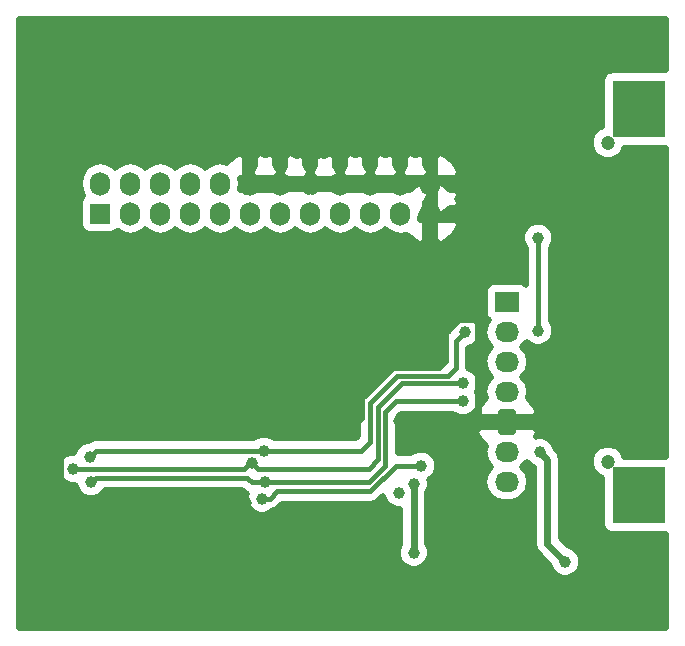
<source format=gbr>
G04 #@! TF.FileFunction,Copper,L2,Bot,Signal*
%FSLAX46Y46*%
G04 Gerber Fmt 4.6, Leading zero omitted, Abs format (unit mm)*
G04 Created by KiCad (PCBNEW 4.0.6-e0-6349~53~ubuntu14.04.1) date Tue Nov 28 08:29:40 2017*
%MOMM*%
%LPD*%
G01*
G04 APERTURE LIST*
%ADD10C,0.100000*%
%ADD11R,2.032000X1.727200*%
%ADD12O,2.032000X1.727200*%
%ADD13R,1.727200X1.727200*%
%ADD14O,1.727200X2.000000*%
%ADD15O,1.727200X1.727200*%
%ADD16C,1.200000*%
%ADD17R,4.500000X4.850000*%
%ADD18C,1.000000*%
%ADD19C,0.600000*%
%ADD20C,0.400000*%
%ADD21C,0.500000*%
G04 APERTURE END LIST*
D10*
D11*
X172339000Y-96647000D03*
D12*
X172339000Y-99187000D03*
X172339000Y-101727000D03*
X172339000Y-104267000D03*
X172339000Y-106807000D03*
X172339000Y-109347000D03*
X172339000Y-111887000D03*
D13*
X137922000Y-89154000D03*
D14*
X137922000Y-86614000D03*
X140462000Y-89154000D03*
X140462000Y-86614000D03*
X143002000Y-89154000D03*
X143002000Y-86614000D03*
X145542000Y-89154000D03*
X145542000Y-86614000D03*
X148082000Y-89154000D03*
X148082000Y-86614000D03*
X150622000Y-89154000D03*
X150622000Y-86614000D03*
X153162000Y-89154000D03*
X153162000Y-86614000D03*
X155702000Y-89154000D03*
D15*
X155702000Y-86614000D03*
D14*
X158242000Y-89154000D03*
X158242000Y-86614000D03*
X160782000Y-89154000D03*
X160782000Y-86614000D03*
X163322000Y-89154000D03*
X163322000Y-86614000D03*
X165862000Y-89154000D03*
X165862000Y-86614000D03*
D16*
X180905000Y-83164000D03*
X180905000Y-110164000D03*
D17*
X183505000Y-80314000D03*
X183505000Y-113014000D03*
D18*
X164465000Y-112014000D03*
X164465000Y-117856000D03*
X143129000Y-116332000D03*
X136398000Y-116332000D03*
X169672000Y-117856000D03*
X148082000Y-106934000D03*
X139192000Y-91948000D03*
X141859000Y-91948000D03*
X144780000Y-91948000D03*
X147447000Y-91948000D03*
X149860000Y-91821000D03*
X152400000Y-91821000D03*
X154940000Y-91948000D03*
X157353000Y-91948000D03*
X160147000Y-91948000D03*
X162941000Y-91948000D03*
X165862000Y-91948000D03*
X154940000Y-76962000D03*
X151003000Y-76962000D03*
X147320000Y-76962000D03*
X143256000Y-76962000D03*
X139700000Y-76835000D03*
X170307000Y-91948000D03*
X169672000Y-110617000D03*
X150241000Y-117094000D03*
X150241000Y-113665000D03*
X163195000Y-106680000D03*
X169672000Y-106807000D03*
X157861000Y-116459000D03*
X155067000Y-117094000D03*
X177292000Y-118618000D03*
X175133000Y-109347000D03*
X163195000Y-112776000D03*
X165100000Y-110490000D03*
X151638000Y-113284000D03*
X175006000Y-99060000D03*
X175006000Y-91186000D03*
X168783000Y-99187000D03*
X137033000Y-109728000D03*
X151765000Y-109220000D03*
X168656000Y-103505000D03*
X135636000Y-110744000D03*
X150749000Y-110236000D03*
X168656000Y-105029000D03*
X137160000Y-111887000D03*
X151892000Y-111887000D03*
D19*
X164465000Y-117856000D02*
X164465000Y-112014000D01*
X134493000Y-114427000D02*
X136398000Y-116332000D01*
X147447000Y-107569000D02*
X136271000Y-107569000D01*
X136271000Y-107569000D02*
X134493000Y-109347000D01*
X134493000Y-109347000D02*
X134493000Y-114427000D01*
X143129000Y-116332000D02*
X136398000Y-116332000D01*
X147447000Y-107569000D02*
X148082000Y-106934000D01*
X169672000Y-110617000D02*
X169672000Y-117856000D01*
X169926000Y-98552000D02*
X169926000Y-98425000D01*
X169926000Y-98425000D02*
X169545000Y-98044000D01*
X169545000Y-98044000D02*
X168275000Y-98044000D01*
X168275000Y-98044000D02*
X167132000Y-99187000D01*
X167132000Y-99187000D02*
X167132000Y-101600000D01*
X167132000Y-101600000D02*
X166624000Y-102108000D01*
X166624000Y-102108000D02*
X162687000Y-102108000D01*
X162687000Y-102108000D02*
X160020000Y-104775000D01*
X160020000Y-104775000D02*
X160020000Y-106426000D01*
X160020000Y-106426000D02*
X158877000Y-107569000D01*
X158877000Y-107569000D02*
X148717000Y-107569000D01*
X148717000Y-107569000D02*
X148082000Y-106934000D01*
X169926000Y-100838000D02*
X169926000Y-98552000D01*
X169926000Y-98552000D02*
X169926000Y-92329000D01*
X169926000Y-92329000D02*
X170307000Y-91948000D01*
X169672000Y-106807000D02*
X169672000Y-106680000D01*
X170307000Y-92075000D02*
X170307000Y-91948000D01*
X169926000Y-106426000D02*
X169926000Y-100838000D01*
X169926000Y-100838000D02*
X169926000Y-101092000D01*
X169672000Y-106680000D02*
X169926000Y-106426000D01*
X141859000Y-91948000D02*
X139192000Y-91948000D01*
X144780000Y-91948000D02*
X141859000Y-91948000D01*
X147447000Y-91948000D02*
X144780000Y-91948000D01*
X149860000Y-91821000D02*
X147574000Y-91821000D01*
X147574000Y-91821000D02*
X147447000Y-91948000D01*
X152400000Y-91821000D02*
X149860000Y-91821000D01*
X154940000Y-91948000D02*
X152527000Y-91948000D01*
X152527000Y-91948000D02*
X152400000Y-91821000D01*
X157353000Y-91948000D02*
X154940000Y-91948000D01*
X160147000Y-91948000D02*
X157353000Y-91948000D01*
X162941000Y-91948000D02*
X160147000Y-91948000D01*
X165862000Y-91948000D02*
X162941000Y-91948000D01*
X170307000Y-91948000D02*
X165862000Y-91948000D01*
X151003000Y-76962000D02*
X154940000Y-76962000D01*
X147320000Y-76962000D02*
X151003000Y-76962000D01*
X143256000Y-76962000D02*
X147320000Y-76962000D01*
X139700000Y-76835000D02*
X143129000Y-76835000D01*
X143129000Y-76835000D02*
X143256000Y-76962000D01*
X169672000Y-110617000D02*
X169672000Y-106807000D01*
D20*
X150241000Y-113665000D02*
X150241000Y-117094000D01*
D19*
X169672000Y-106807000D02*
X163322000Y-106807000D01*
X163322000Y-106807000D02*
X163195000Y-106680000D01*
D20*
X155702000Y-116459000D02*
X155067000Y-117094000D01*
X157861000Y-116459000D02*
X155702000Y-116459000D01*
D19*
X175133000Y-109347000D02*
X175768000Y-109982000D01*
X175768000Y-117094000D02*
X177292000Y-118618000D01*
X175768000Y-109982000D02*
X175768000Y-117094000D01*
D20*
X175133000Y-109347000D02*
X175260000Y-109220000D01*
X165100000Y-110490000D02*
X162941000Y-110490000D01*
X152273000Y-113284000D02*
X151638000Y-113284000D01*
X152908000Y-112649000D02*
X152273000Y-113284000D01*
X160782000Y-112649000D02*
X152908000Y-112649000D01*
X162941000Y-110490000D02*
X160782000Y-112649000D01*
X175006000Y-99060000D02*
X175006000Y-91186000D01*
X168021000Y-102235000D02*
X167386000Y-102870000D01*
X167386000Y-102870000D02*
X163068000Y-102870000D01*
X163068000Y-102870000D02*
X160782000Y-105156000D01*
X160782000Y-105156000D02*
X160782000Y-108458000D01*
X160782000Y-108458000D02*
X160020000Y-109220000D01*
X160020000Y-109220000D02*
X151765000Y-109220000D01*
X168021000Y-99949000D02*
X168021000Y-102235000D01*
X168783000Y-99187000D02*
X168021000Y-99949000D01*
X151765000Y-109220000D02*
X137541000Y-109220000D01*
X137541000Y-109220000D02*
X137033000Y-109728000D01*
X167894000Y-103505000D02*
X163449000Y-103505000D01*
X163449000Y-103505000D02*
X161451998Y-105502002D01*
X161451998Y-105502002D02*
X161451998Y-109947002D01*
X161451998Y-109947002D02*
X160655000Y-110744000D01*
X160655000Y-110744000D02*
X151257000Y-110744000D01*
X151257000Y-110744000D02*
X150749000Y-110236000D01*
X168656000Y-103505000D02*
X167894000Y-103505000D01*
X150114000Y-110744000D02*
X135636000Y-110744000D01*
X150749000Y-110236000D02*
X150622000Y-110236000D01*
X150622000Y-110236000D02*
X150114000Y-110744000D01*
X168656000Y-105029000D02*
X162941000Y-105029000D01*
X151892000Y-111887000D02*
X150749000Y-111887000D01*
X137541000Y-111506000D02*
X137160000Y-111887000D01*
X150368000Y-111506000D02*
X137541000Y-111506000D01*
X150749000Y-111887000D02*
X150368000Y-111506000D01*
X162941000Y-105029000D02*
X162052000Y-105918000D01*
X162052000Y-105918000D02*
X162052000Y-110490000D01*
X162052000Y-110490000D02*
X160655000Y-111887000D01*
X160655000Y-111887000D02*
X151892000Y-111887000D01*
D21*
X131060000Y-72640000D02*
X185805000Y-72640000D01*
X131060000Y-73040000D02*
X185805000Y-73040000D01*
X131060000Y-73440000D02*
X185805000Y-73440000D01*
X131060000Y-73840000D02*
X185805000Y-73840000D01*
X131060000Y-74240000D02*
X185805000Y-74240000D01*
X131060000Y-74640000D02*
X185805000Y-74640000D01*
X131060000Y-75040000D02*
X185805000Y-75040000D01*
X131060000Y-75440000D02*
X185805000Y-75440000D01*
X131060000Y-75840000D02*
X185805000Y-75840000D01*
X131060000Y-76240000D02*
X185805000Y-76240000D01*
X131060000Y-76640000D02*
X185805000Y-76640000D01*
X131060000Y-77040000D02*
X181161189Y-77040000D01*
X131060000Y-77440000D02*
X180533035Y-77440000D01*
X131060000Y-77840000D02*
X180398271Y-77840000D01*
X131060000Y-78240000D02*
X180388348Y-78240000D01*
X131060000Y-78640000D02*
X180388348Y-78640000D01*
X131060000Y-79040000D02*
X180388348Y-79040000D01*
X131060000Y-79440000D02*
X180388348Y-79440000D01*
X131060000Y-79840000D02*
X180388348Y-79840000D01*
X131060000Y-80240000D02*
X180388348Y-80240000D01*
X131060000Y-80640000D02*
X180388348Y-80640000D01*
X131060000Y-81040000D02*
X180388348Y-81040000D01*
X131060000Y-81440000D02*
X180388348Y-81440000D01*
X131060000Y-81840000D02*
X180312292Y-81840000D01*
X131060000Y-82240000D02*
X179778214Y-82240000D01*
X131060000Y-82640000D02*
X179552548Y-82640000D01*
X131060000Y-83040000D02*
X179455108Y-83040000D01*
X131060000Y-83440000D02*
X179454759Y-83440000D01*
X131060000Y-83840000D02*
X179615415Y-83840000D01*
X182194336Y-83840000D02*
X185805000Y-83840000D01*
X131060000Y-84240000D02*
X149324232Y-84240000D01*
X150069558Y-84240000D02*
X151174443Y-84240000D01*
X152609558Y-84240000D02*
X153714443Y-84240000D01*
X154459769Y-84240000D02*
X154620198Y-84240000D01*
X154992494Y-84240000D02*
X156411507Y-84240000D01*
X156783803Y-84240000D02*
X156944232Y-84240000D01*
X157689558Y-84240000D02*
X158794443Y-84240000D01*
X160229558Y-84240000D02*
X161334443Y-84240000D01*
X162769558Y-84240000D02*
X163874443Y-84240000D01*
X165309558Y-84240000D02*
X166414443Y-84240000D01*
X167159769Y-84240000D02*
X179930301Y-84240000D01*
X181879521Y-84240000D02*
X185805000Y-84240000D01*
X131060000Y-84640000D02*
X148834199Y-84640000D01*
X150190200Y-84640000D02*
X151053800Y-84640000D01*
X152730200Y-84640000D02*
X153593800Y-84640000D01*
X155270200Y-84640000D02*
X156133800Y-84640000D01*
X157810200Y-84640000D02*
X158673800Y-84640000D01*
X160350200Y-84640000D02*
X161213800Y-84640000D01*
X162890200Y-84640000D02*
X163753800Y-84640000D01*
X165430200Y-84640000D02*
X166293800Y-84640000D01*
X167649802Y-84640000D02*
X185805000Y-84640000D01*
X131060000Y-85040000D02*
X136994146Y-85040000D01*
X138849855Y-85040000D02*
X139534146Y-85040000D01*
X141389855Y-85040000D02*
X142074146Y-85040000D01*
X143929855Y-85040000D02*
X144614146Y-85040000D01*
X146469855Y-85040000D02*
X147154146Y-85040000D01*
X150190200Y-85040000D02*
X151035164Y-85040000D01*
X152748837Y-85040000D02*
X153593800Y-85040000D01*
X155288837Y-85040000D02*
X156115164Y-85040000D01*
X157810200Y-85040000D02*
X158655164Y-85040000D01*
X160368837Y-85040000D02*
X161195164Y-85040000D01*
X162908837Y-85040000D02*
X163735164Y-85040000D01*
X165448837Y-85040000D02*
X166293800Y-85040000D01*
X167988837Y-85040000D02*
X185805000Y-85040000D01*
X131060000Y-85440000D02*
X136569756Y-85440000D01*
X150190200Y-85440000D02*
X150820000Y-85440000D01*
X152964001Y-85440000D02*
X153420427Y-85440000D01*
X155504001Y-85440000D02*
X155900000Y-85440000D01*
X157983575Y-85440000D02*
X158440000Y-85440000D01*
X160584001Y-85440000D02*
X160980000Y-85440000D01*
X163124001Y-85440000D02*
X163520000Y-85440000D01*
X165664001Y-85440000D02*
X166293800Y-85440000D01*
X168204001Y-85440000D02*
X185805000Y-85440000D01*
X131060000Y-85840000D02*
X136328018Y-85840000D01*
X150190200Y-85840000D02*
X150781263Y-85840000D01*
X153002735Y-85840000D02*
X153270944Y-85840000D01*
X155542736Y-85840000D02*
X155861263Y-85840000D01*
X158133055Y-85840000D02*
X158401263Y-85840000D01*
X160622736Y-85840000D02*
X160941263Y-85840000D01*
X163162736Y-85840000D02*
X163481263Y-85840000D01*
X165702736Y-85840000D02*
X166293800Y-85840000D01*
X168242736Y-85840000D02*
X185805000Y-85840000D01*
X131060000Y-86240000D02*
X136248453Y-86240000D01*
X149758400Y-86240000D02*
X185805000Y-86240000D01*
X131060000Y-86640000D02*
X136208400Y-86640000D01*
X149795600Y-86640000D02*
X164811096Y-86640000D01*
X165148349Y-86640000D02*
X166575652Y-86640000D01*
X166912905Y-86640000D02*
X185805000Y-86640000D01*
X131060000Y-87040000D02*
X136258795Y-87040000D01*
X149758400Y-87040000D02*
X164245711Y-87040000D01*
X165430200Y-87040000D02*
X166293800Y-87040000D01*
X167478290Y-87040000D02*
X185805000Y-87040000D01*
X131060000Y-87440000D02*
X136338360Y-87440000D01*
X165748215Y-87440000D02*
X166293800Y-87440000D01*
X168288215Y-87440000D02*
X185805000Y-87440000D01*
X131060000Y-87840000D02*
X136337391Y-87840000D01*
X165636029Y-87840000D02*
X166293800Y-87840000D01*
X168176029Y-87840000D02*
X185805000Y-87840000D01*
X131060000Y-88240000D02*
X136201955Y-88240000D01*
X165430200Y-88240000D02*
X166293800Y-88240000D01*
X168343857Y-88240000D02*
X185805000Y-88240000D01*
X131060000Y-88640000D02*
X136191748Y-88640000D01*
X165430200Y-88640000D02*
X166293800Y-88640000D01*
X168015346Y-88640000D02*
X185805000Y-88640000D01*
X131060000Y-89040000D02*
X136191748Y-89040000D01*
X165249679Y-89040000D02*
X166474320Y-89040000D01*
X167096064Y-89040000D02*
X185805000Y-89040000D01*
X131060000Y-89440000D02*
X136191748Y-89440000D01*
X165013052Y-89440000D02*
X185805000Y-89440000D01*
X131060000Y-89840000D02*
X136191748Y-89840000D01*
X165430200Y-89840000D02*
X166293800Y-89840000D01*
X168165774Y-89840000D02*
X174728400Y-89840000D01*
X175284778Y-89840000D02*
X185805000Y-89840000D01*
X131060000Y-90240000D02*
X136233595Y-90240000D01*
X165430200Y-90240000D02*
X166293800Y-90240000D01*
X168251336Y-90240000D02*
X174042796Y-90240000D01*
X175969175Y-90240000D02*
X185805000Y-90240000D01*
X131060000Y-90640000D02*
X136463680Y-90640000D01*
X139388061Y-90640000D02*
X139402443Y-90640000D01*
X141521556Y-90640000D02*
X141942443Y-90640000D01*
X144061556Y-90640000D02*
X144482443Y-90640000D01*
X146601556Y-90640000D02*
X147022443Y-90640000D01*
X149141556Y-90640000D02*
X149562443Y-90640000D01*
X151681556Y-90640000D02*
X152102443Y-90640000D01*
X154221556Y-90640000D02*
X154642443Y-90640000D01*
X156761556Y-90640000D02*
X157182443Y-90640000D01*
X159301556Y-90640000D02*
X159722443Y-90640000D01*
X161841556Y-90640000D02*
X162262443Y-90640000D01*
X165430200Y-90640000D02*
X166293800Y-90640000D01*
X168036172Y-90640000D02*
X173770961Y-90640000D01*
X176241100Y-90640000D02*
X185805000Y-90640000D01*
X131060000Y-91040000D02*
X140460773Y-91040000D01*
X140463226Y-91040000D02*
X143000773Y-91040000D01*
X143003226Y-91040000D02*
X145540773Y-91040000D01*
X145543226Y-91040000D02*
X148080773Y-91040000D01*
X148083226Y-91040000D02*
X150620773Y-91040000D01*
X150623226Y-91040000D02*
X153160773Y-91040000D01*
X153163226Y-91040000D02*
X155700773Y-91040000D01*
X155703226Y-91040000D02*
X158240773Y-91040000D01*
X158243226Y-91040000D02*
X160780773Y-91040000D01*
X160783226Y-91040000D02*
X163320773Y-91040000D01*
X163323226Y-91040000D02*
X163966391Y-91040000D01*
X165430200Y-91040000D02*
X166293800Y-91040000D01*
X167757608Y-91040000D02*
X173656127Y-91040000D01*
X176356128Y-91040000D02*
X185805000Y-91040000D01*
X131060000Y-91440000D02*
X164456424Y-91440000D01*
X165410888Y-91440000D02*
X166313111Y-91440000D01*
X167267575Y-91440000D02*
X173655778Y-91440000D01*
X176355778Y-91440000D02*
X185805000Y-91440000D01*
X131060000Y-91840000D02*
X173815524Y-91840000D01*
X176196193Y-91840000D02*
X185805000Y-91840000D01*
X131060000Y-92240000D02*
X173956000Y-92240000D01*
X176056000Y-92240000D02*
X185805000Y-92240000D01*
X131060000Y-92640000D02*
X173956000Y-92640000D01*
X176056000Y-92640000D02*
X185805000Y-92640000D01*
X131060000Y-93040000D02*
X173956000Y-93040000D01*
X176056000Y-93040000D02*
X185805000Y-93040000D01*
X131060000Y-93440000D02*
X173956000Y-93440000D01*
X176056000Y-93440000D02*
X185805000Y-93440000D01*
X131060000Y-93840000D02*
X173956000Y-93840000D01*
X176056000Y-93840000D02*
X185805000Y-93840000D01*
X131060000Y-94240000D02*
X173956000Y-94240000D01*
X176056000Y-94240000D02*
X185805000Y-94240000D01*
X131060000Y-94640000D02*
X173956000Y-94640000D01*
X176056000Y-94640000D02*
X185805000Y-94640000D01*
X131060000Y-95040000D02*
X170908578Y-95040000D01*
X173772631Y-95040000D02*
X173956000Y-95040000D01*
X176056000Y-95040000D02*
X185805000Y-95040000D01*
X131060000Y-95440000D02*
X170528881Y-95440000D01*
X176056000Y-95440000D02*
X185805000Y-95440000D01*
X131060000Y-95840000D02*
X170456348Y-95840000D01*
X176056000Y-95840000D02*
X185805000Y-95840000D01*
X131060000Y-96240000D02*
X170456348Y-96240000D01*
X176056000Y-96240000D02*
X185805000Y-96240000D01*
X131060000Y-96640000D02*
X170456348Y-96640000D01*
X176056000Y-96640000D02*
X185805000Y-96640000D01*
X131060000Y-97040000D02*
X170456348Y-97040000D01*
X176056000Y-97040000D02*
X185805000Y-97040000D01*
X131060000Y-97440000D02*
X170456348Y-97440000D01*
X176056000Y-97440000D02*
X185805000Y-97440000D01*
X131060000Y-97840000D02*
X168507821Y-97840000D01*
X169059369Y-97840000D02*
X170524889Y-97840000D01*
X176056000Y-97840000D02*
X185805000Y-97840000D01*
X131060000Y-98240000D02*
X167820798Y-98240000D01*
X169745177Y-98240000D02*
X170761480Y-98240000D01*
X176094956Y-98240000D02*
X185805000Y-98240000D01*
X131060000Y-98640000D02*
X167548376Y-98640000D01*
X170017687Y-98640000D02*
X170545249Y-98640000D01*
X176293162Y-98640000D02*
X185805000Y-98640000D01*
X131060000Y-99040000D02*
X167433128Y-99040000D01*
X170133128Y-99040000D02*
X170465684Y-99040000D01*
X176356017Y-99040000D02*
X185805000Y-99040000D01*
X131060000Y-99440000D02*
X167122544Y-99440000D01*
X170132779Y-99440000D02*
X170486767Y-99440000D01*
X176309968Y-99440000D02*
X185805000Y-99440000D01*
X131060000Y-99840000D02*
X166992682Y-99840000D01*
X169973609Y-99840000D02*
X170566332Y-99840000D01*
X176135494Y-99840000D02*
X185805000Y-99840000D01*
X131060000Y-100240000D02*
X166971000Y-100240000D01*
X169639017Y-100240000D02*
X170832306Y-100240000D01*
X173845693Y-100240000D02*
X174327450Y-100240000D01*
X175685351Y-100240000D02*
X185805000Y-100240000D01*
X131060000Y-100640000D02*
X166971000Y-100640000D01*
X169071000Y-100640000D02*
X170855025Y-100640000D01*
X173822976Y-100640000D02*
X185805000Y-100640000D01*
X131060000Y-101040000D02*
X166971000Y-101040000D01*
X169071000Y-101040000D02*
X170587753Y-101040000D01*
X174090248Y-101040000D02*
X185805000Y-101040000D01*
X131060000Y-101440000D02*
X166971000Y-101440000D01*
X169071000Y-101440000D02*
X170493531Y-101440000D01*
X174184470Y-101440000D02*
X185805000Y-101440000D01*
X131060000Y-101840000D02*
X162967453Y-101840000D01*
X169071000Y-101840000D02*
X170458920Y-101840000D01*
X174219079Y-101840000D02*
X185805000Y-101840000D01*
X131060000Y-102240000D02*
X162213076Y-102240000D01*
X169129847Y-102240000D02*
X170538485Y-102240000D01*
X174139514Y-102240000D02*
X185805000Y-102240000D01*
X131060000Y-102640000D02*
X161813076Y-102640000D01*
X169700034Y-102640000D02*
X170738761Y-102640000D01*
X173939238Y-102640000D02*
X185805000Y-102640000D01*
X131060000Y-103040000D02*
X161413076Y-103040000D01*
X169924569Y-103040000D02*
X170961247Y-103040000D01*
X173716754Y-103040000D02*
X185805000Y-103040000D01*
X131060000Y-103440000D02*
X161013076Y-103440000D01*
X170006057Y-103440000D02*
X170681298Y-103440000D01*
X173996703Y-103440000D02*
X185805000Y-103440000D01*
X131060000Y-103840000D02*
X160613076Y-103840000D01*
X169978654Y-103840000D02*
X170521379Y-103840000D01*
X174156622Y-103840000D02*
X185805000Y-103840000D01*
X131060000Y-104240000D02*
X160213076Y-104240000D01*
X169812559Y-104240000D02*
X170441814Y-104240000D01*
X174236187Y-104240000D02*
X185805000Y-104240000D01*
X131060000Y-104640000D02*
X159888221Y-104640000D01*
X169955971Y-104640000D02*
X170510637Y-104640000D01*
X174167362Y-104640000D02*
X185805000Y-104640000D01*
X131060000Y-105040000D02*
X159755074Y-105040000D01*
X170005990Y-105040000D02*
X170333904Y-105040000D01*
X174344097Y-105040000D02*
X185805000Y-105040000D01*
X131060000Y-105440000D02*
X159732000Y-105440000D01*
X169947096Y-105440000D02*
X170005353Y-105440000D01*
X174672648Y-105440000D02*
X185805000Y-105440000D01*
X131060000Y-105840000D02*
X159732000Y-105840000D01*
X169754439Y-105840000D02*
X169771284Y-105840000D01*
X174906717Y-105840000D02*
X185805000Y-105840000D01*
X131060000Y-106240000D02*
X159732000Y-106240000D01*
X163214924Y-106240000D02*
X168052106Y-106240000D01*
X169260326Y-106240000D02*
X169936358Y-106240000D01*
X171831000Y-106240000D02*
X172847000Y-106240000D01*
X174741641Y-106240000D02*
X185805000Y-106240000D01*
X131060000Y-106640000D02*
X159732000Y-106640000D01*
X163102000Y-106640000D02*
X185805000Y-106640000D01*
X131060000Y-107040000D02*
X159732000Y-107040000D01*
X163102000Y-107040000D02*
X185805000Y-107040000D01*
X131060000Y-107440000D02*
X159732000Y-107440000D01*
X163102000Y-107440000D02*
X169879042Y-107440000D01*
X171831000Y-107440000D02*
X172847000Y-107440000D01*
X174798959Y-107440000D02*
X185805000Y-107440000D01*
X131060000Y-107840000D02*
X159732000Y-107840000D01*
X163102000Y-107840000D02*
X169801612Y-107840000D01*
X174876387Y-107840000D02*
X185805000Y-107840000D01*
X131060000Y-108240000D02*
X137189084Y-108240000D01*
X163102000Y-108240000D02*
X170059563Y-108240000D01*
X175935455Y-108240000D02*
X185805000Y-108240000D01*
X131060000Y-108640000D02*
X136212044Y-108640000D01*
X163102000Y-108640000D02*
X170388113Y-108640000D01*
X176301577Y-108640000D02*
X185805000Y-108640000D01*
X131060000Y-109040000D02*
X135856925Y-109040000D01*
X163102000Y-109040000D02*
X170497509Y-109040000D01*
X176466853Y-109040000D02*
X179978563Y-109040000D01*
X181831782Y-109040000D02*
X185805000Y-109040000D01*
X131060000Y-109440000D02*
X135256752Y-109440000D01*
X165959356Y-109440000D02*
X170454941Y-109440000D01*
X176762365Y-109440000D02*
X179635595Y-109440000D01*
X182174752Y-109440000D02*
X185805000Y-109440000D01*
X131060000Y-109840000D02*
X134630723Y-109840000D01*
X166292128Y-109840000D02*
X170534506Y-109840000D01*
X176889755Y-109840000D02*
X179469500Y-109840000D01*
X131060000Y-110240000D02*
X134383521Y-110240000D01*
X166450218Y-110240000D02*
X170725397Y-110240000D01*
X173952602Y-110240000D02*
X174116918Y-110240000D01*
X176918000Y-110240000D02*
X179454934Y-110240000D01*
X131060000Y-110640000D02*
X134286091Y-110640000D01*
X166449869Y-110640000D02*
X170991179Y-110640000D01*
X173686822Y-110640000D02*
X174618000Y-110640000D01*
X176918000Y-110640000D02*
X179532777Y-110640000D01*
X131060000Y-111040000D02*
X134297602Y-111040000D01*
X166333378Y-111040000D02*
X170694662Y-111040000D01*
X173983339Y-111040000D02*
X174618000Y-111040000D01*
X176918000Y-111040000D02*
X179730649Y-111040000D01*
X131060000Y-111440000D02*
X134462878Y-111440000D01*
X166059197Y-111440000D02*
X170525357Y-111440000D01*
X174152644Y-111440000D02*
X174618000Y-111440000D01*
X176918000Y-111440000D02*
X180196881Y-111440000D01*
X131060000Y-111840000D02*
X134822564Y-111840000D01*
X165815152Y-111840000D02*
X170445792Y-111840000D01*
X174232209Y-111840000D02*
X174618000Y-111840000D01*
X176918000Y-111840000D02*
X180388348Y-111840000D01*
X131060000Y-112240000D02*
X135845154Y-112240000D01*
X165814803Y-112240000D02*
X170506659Y-112240000D01*
X174171340Y-112240000D02*
X174618000Y-112240000D01*
X176918000Y-112240000D02*
X180388348Y-112240000D01*
X131060000Y-112640000D02*
X136010430Y-112640000D01*
X138309085Y-112640000D02*
X150022309Y-112640000D01*
X165666820Y-112640000D02*
X170631852Y-112640000D01*
X174046147Y-112640000D02*
X174618000Y-112640000D01*
X176918000Y-112640000D02*
X180388348Y-112640000D01*
X131060000Y-113040000D02*
X136416427Y-113040000D01*
X137904697Y-113040000D02*
X150288213Y-113040000D01*
X165615000Y-113040000D02*
X170899124Y-113040000D01*
X173778875Y-113040000D02*
X174618000Y-113040000D01*
X176918000Y-113040000D02*
X180388348Y-113040000D01*
X131060000Y-113440000D02*
X150287864Y-113440000D01*
X161451820Y-113440000D02*
X162008656Y-113440000D01*
X165615000Y-113440000D02*
X171449139Y-113440000D01*
X173228860Y-113440000D02*
X174618000Y-113440000D01*
X176918000Y-113440000D02*
X180388348Y-113440000D01*
X131060000Y-113840000D02*
X150407032Y-113840000D01*
X153201924Y-113840000D02*
X162349619Y-113840000D01*
X165615000Y-113840000D02*
X174618000Y-113840000D01*
X176918000Y-113840000D02*
X180388348Y-113840000D01*
X131060000Y-114240000D02*
X150684808Y-114240000D01*
X152695881Y-114240000D02*
X163315000Y-114240000D01*
X165615000Y-114240000D02*
X174618000Y-114240000D01*
X176918000Y-114240000D02*
X180388348Y-114240000D01*
X131060000Y-114640000D02*
X163315000Y-114640000D01*
X165615000Y-114640000D02*
X174618000Y-114640000D01*
X176918000Y-114640000D02*
X180388348Y-114640000D01*
X131060000Y-115040000D02*
X163315000Y-115040000D01*
X165615000Y-115040000D02*
X174618000Y-115040000D01*
X176918000Y-115040000D02*
X180388348Y-115040000D01*
X131060000Y-115440000D02*
X163315000Y-115440000D01*
X165615000Y-115440000D02*
X174618000Y-115440000D01*
X176918000Y-115440000D02*
X180388536Y-115440000D01*
X131060000Y-115840000D02*
X163315000Y-115840000D01*
X165615000Y-115840000D02*
X174618000Y-115840000D01*
X176918000Y-115840000D02*
X180502963Y-115840000D01*
X131060000Y-116240000D02*
X163315000Y-116240000D01*
X165615000Y-116240000D02*
X174618000Y-116240000D01*
X176918000Y-116240000D02*
X180930801Y-116240000D01*
X131060000Y-116640000D02*
X163315000Y-116640000D01*
X165615000Y-116640000D02*
X174618000Y-116640000D01*
X176940346Y-116640000D02*
X185805000Y-116640000D01*
X131060000Y-117040000D02*
X163315000Y-117040000D01*
X165615000Y-117040000D02*
X174618000Y-117040000D01*
X177340346Y-117040000D02*
X185805000Y-117040000D01*
X131060000Y-117440000D02*
X163175980Y-117440000D01*
X165753815Y-117440000D02*
X174686824Y-117440000D01*
X177975366Y-117440000D02*
X185805000Y-117440000D01*
X131060000Y-117840000D02*
X163115014Y-117840000D01*
X165815014Y-117840000D02*
X174909943Y-117840000D01*
X178422882Y-117840000D02*
X185805000Y-117840000D01*
X131060000Y-118240000D02*
X163162963Y-118240000D01*
X165767307Y-118240000D02*
X175287654Y-118240000D01*
X178596516Y-118240000D02*
X185805000Y-118240000D01*
X131060000Y-118640000D02*
X163340107Y-118640000D01*
X165590487Y-118640000D02*
X175687654Y-118640000D01*
X178641981Y-118640000D02*
X185805000Y-118640000D01*
X131060000Y-119040000D02*
X163796083Y-119040000D01*
X165134671Y-119040000D02*
X176005664Y-119040000D01*
X178578528Y-119040000D02*
X185805000Y-119040000D01*
X131060000Y-119440000D02*
X176205041Y-119440000D01*
X178379420Y-119440000D02*
X185805000Y-119440000D01*
X131060000Y-119840000D02*
X176714597Y-119840000D01*
X177869703Y-119840000D02*
X185805000Y-119840000D01*
X131060000Y-120240000D02*
X185805000Y-120240000D01*
X131060000Y-120640000D02*
X185805000Y-120640000D01*
X131060000Y-121040000D02*
X185805000Y-121040000D01*
X131060000Y-121440000D02*
X185805000Y-121440000D01*
X131060000Y-121840000D02*
X185805000Y-121840000D01*
X131060000Y-122240000D02*
X185805000Y-122240000D01*
X131060000Y-122640000D02*
X185805000Y-122640000D01*
X131060000Y-123040000D02*
X185805000Y-123040000D01*
X131060000Y-123440000D02*
X185805000Y-123440000D01*
X131060000Y-123840000D02*
X185805000Y-123840000D01*
X185805000Y-77032473D02*
X185755000Y-77022348D01*
X181255000Y-77022348D01*
X180940009Y-77081618D01*
X180650709Y-77267777D01*
X180456628Y-77551824D01*
X180388348Y-77889000D01*
X180388348Y-81808574D01*
X180084714Y-81934033D01*
X179676467Y-82341569D01*
X179455252Y-82874312D01*
X179454749Y-83451157D01*
X179675033Y-83984286D01*
X180082569Y-84392533D01*
X180615312Y-84613748D01*
X181192157Y-84614251D01*
X181725286Y-84393967D01*
X182133533Y-83986431D01*
X182291647Y-83605652D01*
X185755000Y-83605652D01*
X185805000Y-83596244D01*
X185805000Y-109732473D01*
X185755000Y-109722348D01*
X182291415Y-109722348D01*
X182134967Y-109343714D01*
X181727431Y-108935467D01*
X181194688Y-108714252D01*
X180617843Y-108713749D01*
X180084714Y-108934033D01*
X179676467Y-109341569D01*
X179455252Y-109874312D01*
X179454749Y-110451157D01*
X179675033Y-110984286D01*
X180082569Y-111392533D01*
X180388348Y-111519504D01*
X180388348Y-115439000D01*
X180447618Y-115753991D01*
X180633777Y-116043291D01*
X180917824Y-116237372D01*
X181255000Y-116305652D01*
X185755000Y-116305652D01*
X185805000Y-116296244D01*
X185805000Y-124210000D01*
X131060000Y-124210000D01*
X131060000Y-111011353D01*
X134285766Y-111011353D01*
X134490858Y-111507715D01*
X134870288Y-111887807D01*
X135366290Y-112093765D01*
X135809819Y-112094152D01*
X135809766Y-112154353D01*
X136014858Y-112650715D01*
X136394288Y-113030807D01*
X136890290Y-113236765D01*
X137427353Y-113237234D01*
X137923715Y-113032142D01*
X138303807Y-112652712D01*
X138343965Y-112556000D01*
X149933076Y-112556000D01*
X150006538Y-112629462D01*
X150347182Y-112857074D01*
X150353033Y-112858238D01*
X150288235Y-113014290D01*
X150287766Y-113551353D01*
X150492858Y-114047715D01*
X150872288Y-114427807D01*
X151368290Y-114633765D01*
X151905353Y-114634234D01*
X152401715Y-114429142D01*
X152552769Y-114278351D01*
X152674818Y-114254074D01*
X153015462Y-114026462D01*
X153342924Y-113699000D01*
X160782000Y-113699000D01*
X161183818Y-113619074D01*
X161524462Y-113391462D01*
X161852896Y-113063028D01*
X162049858Y-113539715D01*
X162429288Y-113919807D01*
X162925290Y-114125765D01*
X163315000Y-114126105D01*
X163315000Y-117105202D01*
X163115235Y-117586290D01*
X163114766Y-118123353D01*
X163319858Y-118619715D01*
X163699288Y-118999807D01*
X164195290Y-119205765D01*
X164732353Y-119206234D01*
X165228715Y-119001142D01*
X165608807Y-118621712D01*
X165814765Y-118125710D01*
X165815234Y-117588647D01*
X165615000Y-117104042D01*
X165615000Y-112764798D01*
X165814765Y-112283710D01*
X165815234Y-111746647D01*
X165782950Y-111668513D01*
X165863715Y-111635142D01*
X166243807Y-111255712D01*
X166449765Y-110759710D01*
X166450234Y-110222647D01*
X166245142Y-109726285D01*
X165865712Y-109346193D01*
X165369710Y-109140235D01*
X164832647Y-109139766D01*
X164336285Y-109344858D01*
X164240977Y-109440000D01*
X163102000Y-109440000D01*
X163102000Y-107636722D01*
X169708200Y-107636722D01*
X169891271Y-108035109D01*
X170535969Y-108820009D01*
X170540759Y-108822567D01*
X170436443Y-109347000D01*
X170566883Y-110002766D01*
X170938345Y-110558698D01*
X171025600Y-110617000D01*
X170938345Y-110675302D01*
X170566883Y-111231234D01*
X170436443Y-111887000D01*
X170566883Y-112542766D01*
X170938345Y-113098698D01*
X171494277Y-113470160D01*
X172150043Y-113600600D01*
X172527957Y-113600600D01*
X173183723Y-113470160D01*
X173739655Y-113098698D01*
X174111117Y-112542766D01*
X174241557Y-111887000D01*
X174111117Y-111231234D01*
X173739655Y-110675302D01*
X173652400Y-110617000D01*
X173739655Y-110558698D01*
X174018487Y-110141397D01*
X174367288Y-110490807D01*
X174618000Y-110594912D01*
X174618000Y-117094000D01*
X174705539Y-117534086D01*
X174954827Y-117907173D01*
X175947933Y-118900278D01*
X176146858Y-119381715D01*
X176526288Y-119761807D01*
X177022290Y-119967765D01*
X177559353Y-119968234D01*
X178055715Y-119763142D01*
X178435807Y-119383712D01*
X178641765Y-118887710D01*
X178642234Y-118350647D01*
X178437142Y-117854285D01*
X178057712Y-117474193D01*
X177573459Y-117273114D01*
X176918000Y-116617654D01*
X176918000Y-109982005D01*
X176918001Y-109982000D01*
X176841788Y-109598858D01*
X176830461Y-109541914D01*
X176581173Y-109168827D01*
X176477067Y-109064721D01*
X176278142Y-108583285D01*
X175898712Y-108203193D01*
X175402710Y-107997235D01*
X174865647Y-107996766D01*
X174789982Y-108028030D01*
X174969800Y-107636722D01*
X174624229Y-107238800D01*
X172847000Y-107238800D01*
X172847000Y-107670600D01*
X172714973Y-107670600D01*
X172527957Y-107633400D01*
X172150043Y-107633400D01*
X171963027Y-107670600D01*
X171831000Y-107670600D01*
X171831000Y-107238800D01*
X170053771Y-107238800D01*
X169708200Y-107636722D01*
X163102000Y-107636722D01*
X163102000Y-106352924D01*
X163375924Y-106079000D01*
X167796644Y-106079000D01*
X167890288Y-106172807D01*
X168386290Y-106378765D01*
X168923353Y-106379234D01*
X169419715Y-106174142D01*
X169785558Y-105808936D01*
X169708200Y-105977278D01*
X170053771Y-106375200D01*
X171831000Y-106375200D01*
X171831000Y-105943400D01*
X171963027Y-105943400D01*
X172150043Y-105980600D01*
X172527957Y-105980600D01*
X172714973Y-105943400D01*
X172847000Y-105943400D01*
X172847000Y-106375200D01*
X174624229Y-106375200D01*
X174969800Y-105977278D01*
X174786729Y-105578891D01*
X174142031Y-104793991D01*
X174137241Y-104791433D01*
X174241557Y-104267000D01*
X174111117Y-103611234D01*
X173739655Y-103055302D01*
X173652400Y-102997000D01*
X173739655Y-102938698D01*
X174111117Y-102382766D01*
X174241557Y-101727000D01*
X174111117Y-101071234D01*
X173739655Y-100515302D01*
X173652400Y-100457000D01*
X173739655Y-100398698D01*
X174018398Y-99981530D01*
X174240288Y-100203807D01*
X174736290Y-100409765D01*
X175273353Y-100410234D01*
X175769715Y-100205142D01*
X176149807Y-99825712D01*
X176355765Y-99329710D01*
X176356234Y-98792647D01*
X176151142Y-98296285D01*
X176056000Y-98200977D01*
X176056000Y-92045356D01*
X176149807Y-91951712D01*
X176355765Y-91455710D01*
X176356234Y-90918647D01*
X176151142Y-90422285D01*
X175771712Y-90042193D01*
X175275710Y-89836235D01*
X174738647Y-89835766D01*
X174242285Y-90040858D01*
X173862193Y-90420288D01*
X173656235Y-90916290D01*
X173655766Y-91453353D01*
X173860858Y-91949715D01*
X173956000Y-92045023D01*
X173956000Y-95165291D01*
X173692176Y-94985028D01*
X173355000Y-94916748D01*
X171323000Y-94916748D01*
X171008009Y-94976018D01*
X170718709Y-95162177D01*
X170524628Y-95446224D01*
X170456348Y-95783400D01*
X170456348Y-97510600D01*
X170515618Y-97825591D01*
X170701777Y-98114891D01*
X170800159Y-98182112D01*
X170566883Y-98531234D01*
X170436443Y-99187000D01*
X170566883Y-99842766D01*
X170938345Y-100398698D01*
X171025600Y-100457000D01*
X170938345Y-100515302D01*
X170566883Y-101071234D01*
X170436443Y-101727000D01*
X170566883Y-102382766D01*
X170938345Y-102938698D01*
X171025600Y-102997000D01*
X170938345Y-103055302D01*
X170566883Y-103611234D01*
X170436443Y-104267000D01*
X170540759Y-104791433D01*
X170535969Y-104793991D01*
X169891271Y-105578891D01*
X169872106Y-105620596D01*
X170005765Y-105298710D01*
X170006234Y-104761647D01*
X169801600Y-104266394D01*
X170005765Y-103774710D01*
X170006234Y-103237647D01*
X169801142Y-102741285D01*
X169421712Y-102361193D01*
X169071000Y-102215565D01*
X169071000Y-100528703D01*
X169546715Y-100332142D01*
X169926807Y-99952712D01*
X170132765Y-99456710D01*
X170133234Y-98919647D01*
X169928142Y-98423285D01*
X169548712Y-98043193D01*
X169052710Y-97837235D01*
X168515647Y-97836766D01*
X168019285Y-98041858D01*
X167639193Y-98421288D01*
X167433235Y-98917290D01*
X167433117Y-99051959D01*
X167278538Y-99206538D01*
X167050926Y-99547182D01*
X166971000Y-99949000D01*
X166971000Y-101800076D01*
X166951076Y-101820000D01*
X163068000Y-101820000D01*
X162666182Y-101899926D01*
X162325538Y-102127538D01*
X160039538Y-104413538D01*
X159811926Y-104754182D01*
X159732000Y-105156000D01*
X159732000Y-108023076D01*
X159585076Y-108170000D01*
X152624356Y-108170000D01*
X152530712Y-108076193D01*
X152034710Y-107870235D01*
X151497647Y-107869766D01*
X151001285Y-108074858D01*
X150905977Y-108170000D01*
X137541000Y-108170000D01*
X137139182Y-108249926D01*
X136947619Y-108377925D01*
X136765647Y-108377766D01*
X136269285Y-108582858D01*
X135889193Y-108962288D01*
X135709904Y-109394064D01*
X135368647Y-109393766D01*
X134872285Y-109598858D01*
X134492193Y-109978288D01*
X134286235Y-110474290D01*
X134285766Y-111011353D01*
X131060000Y-111011353D01*
X131060000Y-88290400D01*
X136191748Y-88290400D01*
X136191748Y-90017600D01*
X136251018Y-90332591D01*
X136437177Y-90621891D01*
X136721224Y-90815972D01*
X137058400Y-90884252D01*
X138785600Y-90884252D01*
X139100591Y-90824982D01*
X139389891Y-90638823D01*
X139393274Y-90633873D01*
X139806234Y-90909804D01*
X140462000Y-91040244D01*
X141117766Y-90909804D01*
X141673698Y-90538342D01*
X141732000Y-90451087D01*
X141790302Y-90538342D01*
X142346234Y-90909804D01*
X143002000Y-91040244D01*
X143657766Y-90909804D01*
X144213698Y-90538342D01*
X144272000Y-90451087D01*
X144330302Y-90538342D01*
X144886234Y-90909804D01*
X145542000Y-91040244D01*
X146197766Y-90909804D01*
X146753698Y-90538342D01*
X146812000Y-90451087D01*
X146870302Y-90538342D01*
X147426234Y-90909804D01*
X148082000Y-91040244D01*
X148737766Y-90909804D01*
X149293698Y-90538342D01*
X149352000Y-90451087D01*
X149410302Y-90538342D01*
X149966234Y-90909804D01*
X150622000Y-91040244D01*
X151277766Y-90909804D01*
X151833698Y-90538342D01*
X151892000Y-90451087D01*
X151950302Y-90538342D01*
X152506234Y-90909804D01*
X153162000Y-91040244D01*
X153817766Y-90909804D01*
X154373698Y-90538342D01*
X154432000Y-90451087D01*
X154490302Y-90538342D01*
X155046234Y-90909804D01*
X155702000Y-91040244D01*
X156357766Y-90909804D01*
X156913698Y-90538342D01*
X156972000Y-90451087D01*
X157030302Y-90538342D01*
X157586234Y-90909804D01*
X158242000Y-91040244D01*
X158897766Y-90909804D01*
X159453698Y-90538342D01*
X159512000Y-90451087D01*
X159570302Y-90538342D01*
X160126234Y-90909804D01*
X160782000Y-91040244D01*
X161437766Y-90909804D01*
X161993698Y-90538342D01*
X162052000Y-90451087D01*
X162110302Y-90538342D01*
X162666234Y-90909804D01*
X163322000Y-91040244D01*
X163846954Y-90935824D01*
X163853361Y-90947736D01*
X164640495Y-91590252D01*
X165032278Y-91768800D01*
X165430200Y-91423229D01*
X165430200Y-89654000D01*
X166293800Y-89654000D01*
X166293800Y-91423229D01*
X166691722Y-91768800D01*
X167083505Y-91590252D01*
X167870639Y-90947736D01*
X168351976Y-90052906D01*
X168003102Y-89654000D01*
X166293800Y-89654000D01*
X165430200Y-89654000D01*
X164998400Y-89654000D01*
X164998400Y-89513661D01*
X165035600Y-89326644D01*
X165035600Y-89225915D01*
X165430200Y-88883229D01*
X165430200Y-88222647D01*
X165811976Y-87512906D01*
X165463102Y-87114000D01*
X165430200Y-87114000D01*
X165430200Y-86884771D01*
X166293800Y-86884771D01*
X166293800Y-88883229D01*
X166691722Y-89228800D01*
X167083505Y-89050252D01*
X167568946Y-88654000D01*
X168003102Y-88654000D01*
X168351976Y-88255094D01*
X168152361Y-87884000D01*
X168351976Y-87512906D01*
X168003102Y-87114000D01*
X167568946Y-87114000D01*
X167083505Y-86717748D01*
X166691722Y-86539200D01*
X166293800Y-86884771D01*
X165430200Y-86884771D01*
X165032278Y-86539200D01*
X164640495Y-86717748D01*
X164155054Y-87114000D01*
X163720898Y-87114000D01*
X163547242Y-87312560D01*
X163322000Y-87267756D01*
X163096758Y-87312560D01*
X162923102Y-87114000D01*
X161180898Y-87114000D01*
X161007242Y-87312560D01*
X160782000Y-87267756D01*
X160556758Y-87312560D01*
X160383102Y-87114000D01*
X158640898Y-87114000D01*
X158467242Y-87312560D01*
X158242000Y-87267756D01*
X158061389Y-87303682D01*
X157842203Y-87045800D01*
X156133800Y-87045800D01*
X156133800Y-87114000D01*
X156100898Y-87114000D01*
X155927242Y-87312560D01*
X155702000Y-87267756D01*
X155476758Y-87312560D01*
X155303102Y-87114000D01*
X155270200Y-87114000D01*
X155270200Y-87045800D01*
X153561797Y-87045800D01*
X153342611Y-87303682D01*
X153162000Y-87267756D01*
X152936758Y-87312560D01*
X152763102Y-87114000D01*
X151020898Y-87114000D01*
X150847242Y-87312560D01*
X150622000Y-87267756D01*
X150190200Y-87353646D01*
X150190200Y-87114000D01*
X149758400Y-87114000D01*
X149758400Y-86973661D01*
X149795600Y-86786644D01*
X149795600Y-86441356D01*
X149758400Y-86254339D01*
X149758400Y-86114000D01*
X150190200Y-86114000D01*
X150190200Y-85715094D01*
X150672024Y-85715094D01*
X151020898Y-86114000D01*
X152763102Y-86114000D01*
X153051471Y-85784275D01*
X153223581Y-85784275D01*
X153561797Y-86182200D01*
X155270200Y-86182200D01*
X155270200Y-86114000D01*
X155303102Y-86114000D01*
X155651976Y-85715094D01*
X155752024Y-85715094D01*
X156100898Y-86114000D01*
X156133800Y-86114000D01*
X156133800Y-86182200D01*
X157842203Y-86182200D01*
X158180419Y-85784275D01*
X158140864Y-85715094D01*
X158292024Y-85715094D01*
X158640898Y-86114000D01*
X160383102Y-86114000D01*
X160731976Y-85715094D01*
X160832024Y-85715094D01*
X161180898Y-86114000D01*
X162923102Y-86114000D01*
X163271976Y-85715094D01*
X163372024Y-85715094D01*
X163720898Y-86114000D01*
X165463102Y-86114000D01*
X165811976Y-85715094D01*
X165430200Y-85005353D01*
X165430200Y-84344771D01*
X166293800Y-84344771D01*
X166293800Y-86114000D01*
X168003102Y-86114000D01*
X168351976Y-85715094D01*
X167870639Y-84820264D01*
X167083505Y-84177748D01*
X166691722Y-83999200D01*
X166293800Y-84344771D01*
X165430200Y-84344771D01*
X165032278Y-83999200D01*
X164640495Y-84177748D01*
X164592000Y-84217333D01*
X164543505Y-84177748D01*
X164151722Y-83999200D01*
X163753800Y-84344771D01*
X163753800Y-85005353D01*
X163372024Y-85715094D01*
X163271976Y-85715094D01*
X162890200Y-85005353D01*
X162890200Y-84344771D01*
X162492278Y-83999200D01*
X162100495Y-84177748D01*
X162052000Y-84217333D01*
X162003505Y-84177748D01*
X161611722Y-83999200D01*
X161213800Y-84344771D01*
X161213800Y-85005353D01*
X160832024Y-85715094D01*
X160731976Y-85715094D01*
X160350200Y-85005353D01*
X160350200Y-84344771D01*
X159952278Y-83999200D01*
X159560495Y-84177748D01*
X159512000Y-84217333D01*
X159463505Y-84177748D01*
X159071722Y-83999200D01*
X158673800Y-84344771D01*
X158673800Y-85005353D01*
X158292024Y-85715094D01*
X158140864Y-85715094D01*
X157810200Y-85136775D01*
X157810200Y-84344771D01*
X157412278Y-83999200D01*
X157020495Y-84177748D01*
X156885157Y-84288221D01*
X156867803Y-84274789D01*
X156531722Y-84135600D01*
X156133800Y-84481171D01*
X156133800Y-85005353D01*
X155752024Y-85715094D01*
X155651976Y-85715094D01*
X155270200Y-85005353D01*
X155270200Y-84481171D01*
X154872278Y-84135600D01*
X154536197Y-84274789D01*
X154518843Y-84288221D01*
X154383505Y-84177748D01*
X153991722Y-83999200D01*
X153593800Y-84344771D01*
X153593800Y-85136775D01*
X153223581Y-85784275D01*
X153051471Y-85784275D01*
X153111976Y-85715094D01*
X152730200Y-85005353D01*
X152730200Y-84344771D01*
X152332278Y-83999200D01*
X151940495Y-84177748D01*
X151892000Y-84217333D01*
X151843505Y-84177748D01*
X151451722Y-83999200D01*
X151053800Y-84344771D01*
X151053800Y-85005353D01*
X150672024Y-85715094D01*
X150190200Y-85715094D01*
X150190200Y-84344771D01*
X149792278Y-83999200D01*
X149400495Y-84177748D01*
X148613361Y-84820264D01*
X148606954Y-84832176D01*
X148082000Y-84727756D01*
X147426234Y-84858196D01*
X146870302Y-85229658D01*
X146812000Y-85316913D01*
X146753698Y-85229658D01*
X146197766Y-84858196D01*
X145542000Y-84727756D01*
X144886234Y-84858196D01*
X144330302Y-85229658D01*
X144272000Y-85316913D01*
X144213698Y-85229658D01*
X143657766Y-84858196D01*
X143002000Y-84727756D01*
X142346234Y-84858196D01*
X141790302Y-85229658D01*
X141732000Y-85316913D01*
X141673698Y-85229658D01*
X141117766Y-84858196D01*
X140462000Y-84727756D01*
X139806234Y-84858196D01*
X139250302Y-85229658D01*
X139192000Y-85316913D01*
X139133698Y-85229658D01*
X138577766Y-84858196D01*
X137922000Y-84727756D01*
X137266234Y-84858196D01*
X136710302Y-85229658D01*
X136338840Y-85785590D01*
X136208400Y-86441356D01*
X136208400Y-86786644D01*
X136338840Y-87442410D01*
X136479461Y-87652864D01*
X136454109Y-87669177D01*
X136260028Y-87953224D01*
X136191748Y-88290400D01*
X131060000Y-88290400D01*
X131060000Y-72640000D01*
X185805000Y-72640000D01*
X185805000Y-77032473D01*
M02*

</source>
